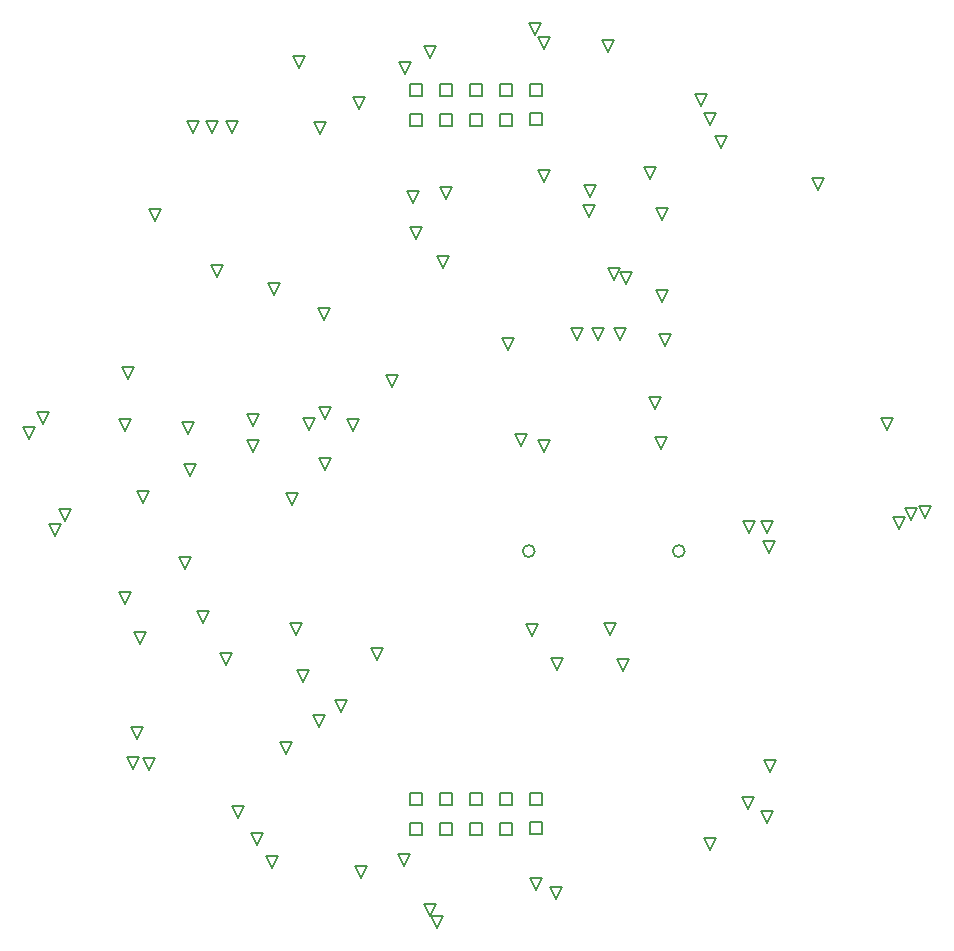
<source format=gbr>
%TF.GenerationSoftware,Altium Limited,Altium Designer,18.1.6 (161)*%
G04 Layer_Color=2752767*
%FSLAX25Y25*%
%MOIN*%
%TF.FileFunction,Drawing*%
%TF.Part,Single*%
G01*
G75*
%TA.AperFunction,NonConductor*%
%ADD84C,0.00500*%
%ADD85C,0.00667*%
D84*
X292961Y431071D02*
Y435071D01*
X296961D01*
Y431071D01*
X292961D01*
X302961D02*
Y435071D01*
X306961D01*
Y431071D01*
X302961D01*
X312961D02*
Y435071D01*
X316961D01*
Y431071D01*
X312961D01*
X322961D02*
Y435071D01*
X326961D01*
Y431071D01*
X322961D01*
X332961Y431571D02*
Y435571D01*
X336961D01*
Y431571D01*
X332961D01*
Y441071D02*
Y445071D01*
X336961D01*
Y441071D01*
X332961D01*
X322961D02*
Y445071D01*
X326961D01*
Y441071D01*
X322961D01*
X312961D02*
Y445071D01*
X316961D01*
Y441071D01*
X312961D01*
X302961D02*
Y445071D01*
X306961D01*
Y441071D01*
X302961D01*
X292961D02*
Y445071D01*
X296961D01*
Y441071D01*
X292961D01*
Y204850D02*
Y208850D01*
X296961D01*
Y204850D01*
X292961D01*
X302961D02*
Y208850D01*
X306961D01*
Y204850D01*
X302961D01*
X312961D02*
Y208850D01*
X316961D01*
Y204850D01*
X312961D01*
X322961D02*
Y208850D01*
X326961D01*
Y204850D01*
X322961D01*
X332961D02*
Y208850D01*
X336961D01*
Y204850D01*
X332961D01*
Y195350D02*
Y199350D01*
X336961D01*
Y195350D01*
X332961D01*
X322961Y194850D02*
Y198850D01*
X326961D01*
Y194850D01*
X322961D01*
X312961D02*
Y198850D01*
X316961D01*
Y194850D01*
X312961D01*
X302961D02*
Y198850D01*
X306961D01*
Y194850D01*
X302961D01*
X292961D02*
Y198850D01*
X296961D01*
Y194850D01*
X292961D01*
X174500Y294500D02*
X172500Y298500D01*
X176500D01*
X174500Y294500D01*
X178000Y299500D02*
X176000Y303500D01*
X180000D01*
X178000Y299500D01*
X166000Y327000D02*
X164000Y331000D01*
X168000D01*
X166000Y327000D01*
X170500Y332000D02*
X168500Y336000D01*
X172500D01*
X170500Y332000D01*
X242000Y191500D02*
X240000Y195500D01*
X244000D01*
X242000Y191500D01*
X464500Y300500D02*
X462500Y304500D01*
X466500D01*
X464500Y300500D01*
X337500Y457000D02*
X335500Y461000D01*
X339500D01*
X337500Y457000D01*
X247000Y184000D02*
X245000Y188000D01*
X249000D01*
X247000Y184000D01*
X390000Y437946D02*
X388000Y441946D01*
X392000D01*
X390000Y437946D01*
X204000Y305500D02*
X202000Y309500D01*
X206000D01*
X204000Y305500D01*
X224000Y265500D02*
X222000Y269500D01*
X226000D01*
X224000Y265500D01*
X218000Y283500D02*
X216000Y287500D01*
X220000D01*
X218000Y283500D01*
X253500Y305000D02*
X251500Y309000D01*
X255500D01*
X253500Y305000D01*
X219500Y314500D02*
X217500Y318500D01*
X221500D01*
X219500Y314500D01*
X219000Y328500D02*
X217000Y332500D01*
X221000D01*
X219000Y328500D01*
X304000Y384000D02*
X302000Y388000D01*
X306000D01*
X304000Y384000D01*
X305000Y407000D02*
X303000Y411000D01*
X307000D01*
X305000Y407000D01*
X294961Y393500D02*
X292961Y397500D01*
X296961D01*
X294961Y393500D01*
X294000Y405500D02*
X292000Y409500D01*
X296000D01*
X294000Y405500D01*
X412500Y289000D02*
X410500Y293000D01*
X414500D01*
X412500Y289000D01*
X406000Y295500D02*
X404000Y299500D01*
X408000D01*
X406000Y295500D01*
X412000D02*
X410000Y299500D01*
X414000D01*
X412000Y295500D01*
X364000Y249500D02*
X362000Y253500D01*
X366000D01*
X364000Y249500D01*
X359500Y261500D02*
X357500Y265500D01*
X361500D01*
X359500Y261500D01*
X342000Y250000D02*
X340000Y254000D01*
X344000D01*
X342000Y250000D01*
X333500Y261154D02*
X331500Y265154D01*
X335500D01*
X333500Y261154D01*
X325500Y356500D02*
X323500Y360500D01*
X327500D01*
X325500Y356500D01*
X264384Y316500D02*
X262384Y320500D01*
X266384D01*
X264384Y316500D01*
X273740Y329500D02*
X271740Y333500D01*
X275740D01*
X273740Y329500D01*
X259240Y330000D02*
X257240Y334000D01*
X261240D01*
X259240Y330000D01*
X337500Y322500D02*
X335500Y326500D01*
X339500D01*
X337500Y322500D01*
X376500Y323500D02*
X374500Y327500D01*
X378500D01*
X376500Y323500D01*
X374500Y337000D02*
X372500Y341000D01*
X376500D01*
X374500Y337000D01*
X363000Y360000D02*
X361000Y364000D01*
X365000D01*
X363000Y360000D01*
X355500D02*
X353500Y364000D01*
X357500D01*
X355500Y360000D01*
X348500D02*
X346500Y364000D01*
X350500D01*
X348500Y360000D01*
X231500Y251500D02*
X229500Y255500D01*
X233500D01*
X231500Y251500D01*
X282000Y253153D02*
X280000Y257154D01*
X284000D01*
X282000Y253153D01*
X255000Y261500D02*
X253000Y265500D01*
X257000D01*
X255000Y261500D01*
X251500Y222000D02*
X249500Y226000D01*
X253500D01*
X251500Y222000D01*
X286740Y344240D02*
X284740Y348240D01*
X288740D01*
X286740Y344240D01*
X262846Y428653D02*
X260846Y432654D01*
X264846D01*
X262846Y428653D01*
X290921Y184500D02*
X288921Y188500D01*
X292921D01*
X290921Y184500D01*
X352500Y401000D02*
X350500Y405000D01*
X354500D01*
X352500Y401000D01*
X270000Y236000D02*
X268000Y240000D01*
X272000D01*
X270000Y236000D01*
X378000Y358000D02*
X376000Y362000D01*
X380000D01*
X378000Y358000D01*
X377000Y372500D02*
X375000Y376500D01*
X379000D01*
X377000Y372500D01*
X361000Y379834D02*
X359000Y383834D01*
X363000D01*
X361000Y379834D01*
X365000Y378500D02*
X363000Y382500D01*
X367000D01*
X365000Y378500D01*
X396500Y424006D02*
X394500Y428006D01*
X398500D01*
X396500Y424006D01*
X359000Y455847D02*
X357000Y459846D01*
X361000D01*
X359000Y455847D01*
X256000Y450500D02*
X254000Y454500D01*
X258000D01*
X256000Y450500D01*
X276000Y437000D02*
X274000Y441000D01*
X278000D01*
X276000Y437000D01*
X228500Y380847D02*
X226500Y384846D01*
X230500D01*
X228500Y380847D01*
X247567Y374933D02*
X245567Y378933D01*
X249567D01*
X247567Y374933D01*
X240500Y322500D02*
X238500Y326500D01*
X242500D01*
X240500Y322500D01*
X240606Y331087D02*
X238606Y335087D01*
X242606D01*
X240606Y331087D01*
X197852Y272000D02*
X195852Y276000D01*
X199852D01*
X197852Y272000D01*
X202852Y258500D02*
X200852Y262500D01*
X204852D01*
X202852Y258500D01*
X376961Y400000D02*
X374961Y404000D01*
X378961D01*
X376961Y400000D01*
X372961Y413587D02*
X370961Y417587D01*
X374961D01*
X372961Y413587D01*
X329961Y324500D02*
X327961Y328500D01*
X331961D01*
X329961Y324500D01*
X197852Y329500D02*
X195852Y333500D01*
X199852D01*
X197852Y329500D01*
X198852Y347000D02*
X196852Y351000D01*
X200852D01*
X198852Y347000D01*
X264390Y333500D02*
X262390Y337500D01*
X266390D01*
X264390Y333500D01*
X334472Y461500D02*
X332472Y465500D01*
X336472D01*
X334472Y461500D01*
X291222Y448500D02*
X289222Y452500D01*
X293222D01*
X291222Y448500D01*
X393000Y431446D02*
X391000Y435446D01*
X395000D01*
X393000Y431446D01*
X257193Y246000D02*
X255193Y250000D01*
X259193D01*
X257193Y246000D01*
X262500Y231000D02*
X260500Y235000D01*
X264500D01*
X262500Y231000D01*
X264240Y366500D02*
X262240Y370500D01*
X266240D01*
X264240Y366500D01*
X352961Y407500D02*
X350961Y411500D01*
X354961D01*
X352961Y407500D01*
X337461Y412500D02*
X335461Y416500D01*
X339461D01*
X337461Y412500D01*
X207704Y399500D02*
X205704Y403500D01*
X209704D01*
X207704Y399500D01*
X334871Y176629D02*
X332871Y180629D01*
X336871D01*
X334871Y176629D01*
X233500Y428847D02*
X231500Y432846D01*
X235500D01*
X233500Y428847D01*
X227000Y429000D02*
X225000Y433000D01*
X229000D01*
X227000Y429000D01*
X220500D02*
X218500Y433000D01*
X222500D01*
X220500Y429000D01*
X276631Y180631D02*
X274631Y184631D01*
X278631D01*
X276631Y180631D01*
X341500Y173696D02*
X339500Y177696D01*
X343500D01*
X341500Y173696D01*
X455811Y297000D02*
X453811Y301000D01*
X457811D01*
X455811Y297000D01*
X299500Y168000D02*
X297500Y172000D01*
X301500D01*
X299500Y168000D01*
X393000Y190000D02*
X391000Y194000D01*
X395000D01*
X393000Y190000D01*
X299500Y454000D02*
X297500Y458000D01*
X301500D01*
X299500Y454000D01*
X460000Y300000D02*
X458000Y304000D01*
X462000D01*
X460000Y300000D01*
X202000Y227000D02*
X200000Y231000D01*
X204000D01*
X202000Y227000D01*
X205988Y216500D02*
X203988Y220500D01*
X207987D01*
X205988Y216500D01*
X235500Y200500D02*
X233500Y204500D01*
X237500D01*
X235500Y200500D01*
X451963Y329963D02*
X449963Y333963D01*
X453963D01*
X451963Y329963D01*
X413000Y216000D02*
X411000Y220000D01*
X415000D01*
X413000Y216000D01*
X405500Y203500D02*
X403500Y207500D01*
X407500D01*
X405500Y203500D01*
X429000Y410000D02*
X427000Y414000D01*
X431000D01*
X429000Y410000D01*
X412000Y199000D02*
X410000Y203000D01*
X414000D01*
X412000Y199000D01*
X302000Y164000D02*
X300000Y168000D01*
X304000D01*
X302000Y164000D01*
X200500Y217000D02*
X198500Y221000D01*
X202500D01*
X200500Y217000D01*
D85*
X334423Y289500D02*
G03*
X334423Y289500I-2000J0D01*
G01*
X384423D02*
G03*
X384423Y289500I-2000J0D01*
G01*
%TF.MD5,8fcf6c499d0a23b743be71d5ee6c7847*%
M02*

</source>
